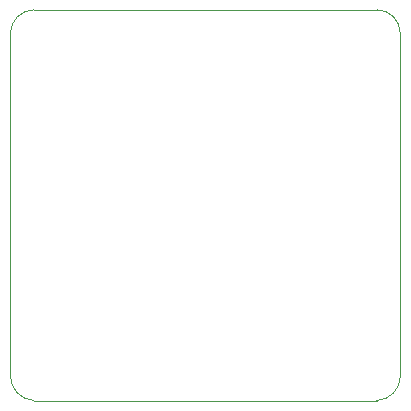
<source format=gm1>
G04 #@! TF.GenerationSoftware,KiCad,Pcbnew,(6.0.5)*
G04 #@! TF.CreationDate,2022-07-08T15:35:49+02:00*
G04 #@! TF.ProjectId,MovuinoShieldPrototyping,4d6f7675-696e-46f5-9368-69656c645072,rev?*
G04 #@! TF.SameCoordinates,Original*
G04 #@! TF.FileFunction,Profile,NP*
%FSLAX46Y46*%
G04 Gerber Fmt 4.6, Leading zero omitted, Abs format (unit mm)*
G04 Created by KiCad (PCBNEW (6.0.5)) date 2022-07-08 15:35:49*
%MOMM*%
%LPD*%
G01*
G04 APERTURE LIST*
G04 #@! TA.AperFunction,Profile*
%ADD10C,0.100000*%
G04 #@! TD*
G04 APERTURE END LIST*
D10*
X170765800Y-50260000D02*
G75*
G03*
X168765786Y-48260000I-2000000J0D01*
G01*
X137745786Y-50260000D02*
X137745786Y-79260000D01*
X137745762Y-79260000D02*
G75*
G03*
X139750000Y-81350000I2113838J21100D01*
G01*
X170765786Y-50260000D02*
X170765786Y-79260000D01*
X139750000Y-81350000D02*
X168750000Y-81350000D01*
X168750001Y-81350019D02*
G75*
G03*
X170765786Y-79260000I-75601J2090019D01*
G01*
X139765786Y-48260000D02*
X168765786Y-48260000D01*
X139765786Y-48259986D02*
G75*
G03*
X137745786Y-50260000I14J-2020114D01*
G01*
M02*

</source>
